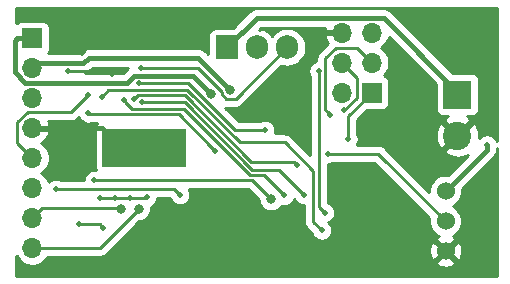
<source format=gbr>
%TF.GenerationSoftware,KiCad,Pcbnew,(5.1.6)-1*%
%TF.CreationDate,2020-11-02T22:50:54-07:00*%
%TF.ProjectId,single_driver,73696e67-6c65-45f6-9472-697665722e6b,rev?*%
%TF.SameCoordinates,Original*%
%TF.FileFunction,Copper,L2,Bot*%
%TF.FilePolarity,Positive*%
%FSLAX46Y46*%
G04 Gerber Fmt 4.6, Leading zero omitted, Abs format (unit mm)*
G04 Created by KiCad (PCBNEW (5.1.6)-1) date 2020-11-02 22:50:54*
%MOMM*%
%LPD*%
G01*
G04 APERTURE LIST*
%TA.AperFunction,ComponentPad*%
%ADD10O,1.700000X1.700000*%
%TD*%
%TA.AperFunction,ComponentPad*%
%ADD11R,1.700000X1.700000*%
%TD*%
%TA.AperFunction,ComponentPad*%
%ADD12C,1.524000*%
%TD*%
%TA.AperFunction,Conductor*%
%ADD13R,7.100000X3.200000*%
%TD*%
%TA.AperFunction,ViaPad*%
%ADD14C,0.600000*%
%TD*%
%TA.AperFunction,ComponentPad*%
%ADD15O,1.905000X2.000000*%
%TD*%
%TA.AperFunction,ComponentPad*%
%ADD16R,1.905000X2.000000*%
%TD*%
%TA.AperFunction,ComponentPad*%
%ADD17C,2.400000*%
%TD*%
%TA.AperFunction,ComponentPad*%
%ADD18R,2.400000X2.400000*%
%TD*%
%TA.AperFunction,ViaPad*%
%ADD19C,0.500000*%
%TD*%
%TA.AperFunction,ViaPad*%
%ADD20C,0.800000*%
%TD*%
%TA.AperFunction,Conductor*%
%ADD21C,0.400000*%
%TD*%
%TA.AperFunction,Conductor*%
%ADD22C,0.250000*%
%TD*%
%TA.AperFunction,Conductor*%
%ADD23C,0.254000*%
%TD*%
G04 APERTURE END LIST*
D10*
%TO.P,J1,6*%
%TO.N,GND*%
X166210000Y-94750000D03*
%TO.P,J1,5*%
%TO.N,/RST*%
X168750000Y-94750000D03*
%TO.P,J1,4*%
%TO.N,/MOSI*%
X166210000Y-97290000D03*
%TO.P,J1,3*%
%TO.N,/SCK*%
X168750000Y-97290000D03*
%TO.P,J1,2*%
%TO.N,+5V*%
X166210000Y-99830000D03*
D11*
%TO.P,J1,1*%
%TO.N,/MISO*%
X168750000Y-99830000D03*
%TD*%
D12*
%TO.P,RV1,3*%
%TO.N,+5V*%
X175000000Y-108170000D03*
%TO.P,RV1,2*%
%TO.N,Net-(RV1-Pad2)*%
X175000000Y-110710000D03*
%TO.P,RV1,1*%
%TO.N,GND*%
X175000000Y-113250000D03*
%TD*%
D13*
%TO.N,GND*%
%TO.C,U3*%
X149500000Y-104500000D03*
D14*
X152750000Y-103200000D03*
X152750000Y-104500000D03*
X152750000Y-105800000D03*
X151450000Y-103200000D03*
X151450000Y-104500000D03*
X151450000Y-105800000D03*
X150150000Y-103200000D03*
X150150000Y-104500000D03*
X150150000Y-105800000D03*
X148850000Y-103200000D03*
X148850000Y-104500000D03*
X148850000Y-105800000D03*
X147550000Y-103200000D03*
X147550000Y-104500000D03*
X147550000Y-105800000D03*
X146250000Y-103200000D03*
X146250000Y-104500000D03*
X146250000Y-105800000D03*
%TD*%
D15*
%TO.P,U2,3*%
%TO.N,+5V*%
X161580000Y-96000000D03*
%TO.P,U2,2*%
%TO.N,GND*%
X159040000Y-96000000D03*
D16*
%TO.P,U2,1*%
%TO.N,+12V*%
X156500000Y-96000000D03*
%TD*%
D10*
%TO.P,J3,8*%
%TO.N,/HW*%
X140000000Y-113000000D03*
%TO.P,J3,7*%
%TO.N,/HV*%
X140000000Y-110460000D03*
%TO.P,J3,6*%
%TO.N,/HU*%
X140000000Y-107920000D03*
%TO.P,J3,5*%
%TO.N,+5V*%
X140000000Y-105380000D03*
%TO.P,J3,4*%
%TO.N,GND*%
X140000000Y-102840000D03*
%TO.P,J3,3*%
%TO.N,Net-(J3-Pad3)*%
X140000000Y-100300000D03*
%TO.P,J3,2*%
%TO.N,Net-(J3-Pad2)*%
X140000000Y-97760000D03*
D11*
%TO.P,J3,1*%
%TO.N,Net-(J3-Pad1)*%
X140000000Y-95220000D03*
%TD*%
D17*
%TO.P,J2,2*%
%TO.N,GND*%
X176000000Y-103500000D03*
D18*
%TO.P,J2,1*%
%TO.N,+12V*%
X176000000Y-100000000D03*
%TD*%
D19*
%TO.N,+5V*%
X178500000Y-104250000D03*
X144749992Y-100000000D03*
X149250000Y-97750000D03*
%TO.N,/VINT*%
X144000000Y-111000000D03*
X146000000Y-111287500D03*
%TO.N,/RST*%
X164250000Y-98000000D03*
X164750000Y-110000000D03*
%TO.N,/MOSI*%
X166424516Y-101342297D03*
%TO.N,/SCK*%
X165250000Y-101750000D03*
%TO.N,/MISO*%
X166750000Y-103750000D03*
D20*
%TO.N,/HW*%
X149000000Y-109712500D03*
%TO.N,/HV*%
X147500000Y-109712500D03*
D19*
%TO.N,Net-(J3-Pad3)*%
X152500000Y-108500000D03*
X142000000Y-108000000D03*
D20*
%TO.N,Net-(J3-Pad2)*%
X156774990Y-99627334D03*
%TO.N,Net-(J3-Pad1)*%
X155147969Y-99923289D03*
D19*
%TO.N,/HBIAS*%
X145750000Y-108750000D03*
X149680587Y-108704814D03*
X148250000Y-108750000D03*
X147000000Y-108750000D03*
%TO.N,/FG*%
X144750000Y-101575000D03*
X155500000Y-104750000D03*
%TO.N,/RD*%
X159700000Y-103000000D03*
X149077804Y-99050011D03*
%TO.N,Net-(RV1-Pad2)*%
X165000000Y-105000000D03*
%TO.N,/CTD*%
X162415248Y-105924990D03*
X148590714Y-100412158D03*
%TO.N,/DAA*%
X145250000Y-107250000D03*
D20*
X160225010Y-108858422D03*
D19*
%TO.N,/BKD*%
X161352106Y-108544513D03*
X147750000Y-100500000D03*
%TO.N,/PWM*%
X163000000Y-108500000D03*
X149261509Y-100650033D03*
%TO.N,/FR*%
X145877554Y-100176886D03*
X164500000Y-111500000D03*
%TO.N,GND*%
X144500000Y-95000000D03*
X144212500Y-96500000D03*
X146750000Y-98250000D03*
X143000000Y-98000000D03*
X160712500Y-113750000D03*
X153500000Y-112500000D03*
X142840000Y-102840000D03*
D20*
X169000000Y-110000000D03*
X154750000Y-113750000D03*
%TD*%
D21*
%TO.N,+12V*%
X176000000Y-100000000D02*
X176000000Y-99750000D01*
X159000001Y-93499999D02*
X156500000Y-96000000D01*
X169749999Y-93499999D02*
X159000001Y-93499999D01*
X176000000Y-99750000D02*
X169749999Y-93499999D01*
%TO.N,+5V*%
X178500000Y-104670000D02*
X178500000Y-104250000D01*
X175000000Y-108170000D02*
X178500000Y-104670000D01*
D22*
X138750000Y-102350998D02*
X139600998Y-101500000D01*
X140000000Y-105380000D02*
X138750000Y-104130000D01*
X143249992Y-101500000D02*
X144749992Y-100000000D01*
X138750000Y-104130000D02*
X138750000Y-102350998D01*
X139600998Y-101500000D02*
X143249992Y-101500000D01*
X156049988Y-99975336D02*
X156426988Y-100352336D01*
X156049988Y-99799988D02*
X156049988Y-99975336D01*
X154000000Y-97750000D02*
X156049988Y-99799988D01*
X149250000Y-97750000D02*
X154000000Y-97750000D01*
X156426988Y-100352336D02*
X157227664Y-100352336D01*
X157227664Y-100352336D02*
X161580000Y-96000000D01*
%TO.N,/VINT*%
X144000000Y-111000000D02*
X145712500Y-111000000D01*
X145712500Y-111000000D02*
X146000000Y-111287500D01*
%TO.N,/RST*%
X164250000Y-98000000D02*
X164250000Y-109500000D01*
X164250000Y-109500000D02*
X164750000Y-110000000D01*
%TO.N,/MOSI*%
X167499999Y-100266814D02*
X166424516Y-101342297D01*
X167499999Y-98579999D02*
X167499999Y-100266814D01*
X166210000Y-97290000D02*
X167499999Y-98579999D01*
%TO.N,/SCK*%
X165000001Y-101500001D02*
X165250000Y-101750000D01*
X164825001Y-96935997D02*
X164825001Y-101325001D01*
X167500000Y-96040000D02*
X165720998Y-96040000D01*
X165720998Y-96040000D02*
X164825001Y-96935997D01*
X164825001Y-101325001D02*
X165000001Y-101500001D01*
X168750000Y-97290000D02*
X167500000Y-96040000D01*
%TO.N,/MISO*%
X166750000Y-101830000D02*
X168750000Y-99830000D01*
X166750000Y-103750000D02*
X166750000Y-101830000D01*
%TO.N,/HW*%
X140000000Y-113000000D02*
X145712500Y-113000000D01*
X145712500Y-113000000D02*
X149000000Y-109712500D01*
%TO.N,/HV*%
X140000000Y-110460000D02*
X140849999Y-109610001D01*
X140849999Y-109610001D02*
X147397501Y-109610001D01*
X147397501Y-109610001D02*
X147500000Y-109712500D01*
%TO.N,Net-(J3-Pad3)*%
X152000000Y-108000000D02*
X152500000Y-108500000D01*
X142000000Y-108000000D02*
X152000000Y-108000000D01*
D21*
%TO.N,Net-(J3-Pad2)*%
X140000000Y-97760000D02*
X140410002Y-97349998D01*
X144324506Y-97349998D02*
X144764503Y-96910001D01*
X140410002Y-97349998D02*
X144324506Y-97349998D01*
X144764503Y-96910001D02*
X154057657Y-96910001D01*
X154057657Y-96910001D02*
X156774990Y-99627334D01*
%TO.N,Net-(J3-Pad1)*%
X139399999Y-99010001D02*
X148037070Y-99010001D01*
X138500000Y-98110002D02*
X139399999Y-99010001D01*
X138500000Y-95470000D02*
X138500000Y-98110002D01*
X148037070Y-99010001D02*
X148647070Y-98400001D01*
X153624681Y-98400001D02*
X155147969Y-99923289D01*
X148647070Y-98400001D02*
X153624681Y-98400001D01*
X138750000Y-95220000D02*
X138500000Y-95470000D01*
X140000000Y-95220000D02*
X138750000Y-95220000D01*
D22*
%TO.N,/HBIAS*%
X149635401Y-108750000D02*
X149680587Y-108704814D01*
X148250000Y-108750000D02*
X149635401Y-108750000D01*
X147000000Y-108750000D02*
X148250000Y-108750000D01*
X145750000Y-108750000D02*
X147000000Y-108750000D01*
%TO.N,/FG*%
X144850045Y-101675045D02*
X152425045Y-101675045D01*
X155250001Y-104500001D02*
X155500000Y-104750000D01*
X144750000Y-101575000D02*
X144850045Y-101675045D01*
X152425045Y-101675045D02*
X155250001Y-104500001D01*
%TO.N,/RD*%
X159700000Y-103000000D02*
X157151676Y-103000000D01*
X157151676Y-103000000D02*
X153201687Y-99050011D01*
X153201687Y-99050011D02*
X149077804Y-99050011D01*
%TO.N,Net-(RV1-Pad2)*%
X169290000Y-105000000D02*
X175000000Y-110710000D01*
X165000000Y-105000000D02*
X169290000Y-105000000D01*
%TO.N,/CTD*%
X162415248Y-105924990D02*
X162165249Y-105674991D01*
X158553845Y-105674991D02*
X152953877Y-100075023D01*
X148927849Y-100075023D02*
X148590714Y-100412158D01*
X152953877Y-100075023D02*
X148927849Y-100075023D01*
X162165249Y-105674991D02*
X158553845Y-105674991D01*
%TO.N,/DAA*%
X158616588Y-107250000D02*
X160225010Y-108858422D01*
X145250000Y-107250000D02*
X158616588Y-107250000D01*
%TO.N,/BKD*%
X148447931Y-101225034D02*
X152831066Y-101225034D01*
X158406021Y-106799989D02*
X159607582Y-106799989D01*
X159607582Y-106799989D02*
X161352106Y-108544513D01*
X152831066Y-101225034D02*
X158406021Y-106799989D01*
X147931091Y-100708194D02*
X148447931Y-101225034D01*
X147931091Y-100681091D02*
X147750000Y-100500000D01*
X147931091Y-100708194D02*
X147931091Y-100681091D01*
%TO.N,/PWM*%
X163000000Y-108500000D02*
X160849978Y-106349978D01*
X160849978Y-106349978D02*
X158592421Y-106349978D01*
X152892476Y-100650033D02*
X149261509Y-100650033D01*
X158592421Y-106349978D02*
X152892476Y-100650033D01*
%TO.N,/FR*%
X145877554Y-100176886D02*
X146429428Y-99625012D01*
X163799989Y-110799989D02*
X164500000Y-111500000D01*
X161366995Y-104049989D02*
X163799989Y-106482983D01*
X157565254Y-104049989D02*
X161366995Y-104049989D01*
X163799989Y-106482983D02*
X163799989Y-110799989D01*
X153140277Y-99625012D02*
X157565254Y-104049989D01*
X146429428Y-99625012D02*
X153140277Y-99625012D01*
D21*
%TO.N,GND*%
X145890000Y-102840000D02*
X146250000Y-103200000D01*
D22*
X144500000Y-96212500D02*
X144212500Y-96500000D01*
X144500000Y-95000000D02*
X144500000Y-96212500D01*
X146500000Y-98000000D02*
X143000000Y-98000000D01*
X146750000Y-98250000D02*
X146500000Y-98000000D01*
X160712500Y-113750000D02*
X154750000Y-113750000D01*
X154750000Y-113750000D02*
X153500000Y-112500000D01*
D21*
X140000000Y-102840000D02*
X142840000Y-102840000D01*
X142840000Y-102840000D02*
X145890000Y-102840000D01*
D22*
X154750000Y-113750000D02*
X154750000Y-113750000D01*
%TD*%
D23*
%TO.N,GND*%
G36*
X179340001Y-115340000D02*
G01*
X138660000Y-115340000D01*
X138660000Y-113645445D01*
X138684010Y-113703411D01*
X138846525Y-113946632D01*
X139053368Y-114153475D01*
X139296589Y-114315990D01*
X139566842Y-114427932D01*
X139853740Y-114485000D01*
X140146260Y-114485000D01*
X140433158Y-114427932D01*
X140703411Y-114315990D01*
X140853707Y-114215565D01*
X174214040Y-114215565D01*
X174281020Y-114455656D01*
X174530048Y-114572756D01*
X174797135Y-114639023D01*
X175072017Y-114651910D01*
X175344133Y-114610922D01*
X175603023Y-114517636D01*
X175718980Y-114455656D01*
X175785960Y-114215565D01*
X175000000Y-113429605D01*
X174214040Y-114215565D01*
X140853707Y-114215565D01*
X140946632Y-114153475D01*
X141153475Y-113946632D01*
X141278178Y-113760000D01*
X145675178Y-113760000D01*
X145712500Y-113763676D01*
X145749822Y-113760000D01*
X145749833Y-113760000D01*
X145861486Y-113749003D01*
X146004747Y-113705546D01*
X146136776Y-113634974D01*
X146252501Y-113540001D01*
X146276304Y-113510997D01*
X146465284Y-113322017D01*
X173598090Y-113322017D01*
X173639078Y-113594133D01*
X173732364Y-113853023D01*
X173794344Y-113968980D01*
X174034435Y-114035960D01*
X174820395Y-113250000D01*
X175179605Y-113250000D01*
X175965565Y-114035960D01*
X176205656Y-113968980D01*
X176322756Y-113719952D01*
X176389023Y-113452865D01*
X176401910Y-113177983D01*
X176360922Y-112905867D01*
X176267636Y-112646977D01*
X176205656Y-112531020D01*
X175965565Y-112464040D01*
X175179605Y-113250000D01*
X174820395Y-113250000D01*
X174034435Y-112464040D01*
X173794344Y-112531020D01*
X173677244Y-112780048D01*
X173610977Y-113047135D01*
X173598090Y-113322017D01*
X146465284Y-113322017D01*
X149039802Y-110747500D01*
X149101939Y-110747500D01*
X149301898Y-110707726D01*
X149490256Y-110629705D01*
X149659774Y-110516437D01*
X149803937Y-110372274D01*
X149917205Y-110202756D01*
X149995226Y-110014398D01*
X150035000Y-109814439D01*
X150035000Y-109610561D01*
X150017609Y-109523132D01*
X150099792Y-109489091D01*
X150244742Y-109392238D01*
X150368011Y-109268969D01*
X150464864Y-109124019D01*
X150531577Y-108962959D01*
X150565587Y-108791979D01*
X150565587Y-108760000D01*
X151649778Y-108760000D01*
X151715723Y-108919205D01*
X151812576Y-109064155D01*
X151935845Y-109187424D01*
X152080795Y-109284277D01*
X152241855Y-109350990D01*
X152412835Y-109385000D01*
X152587165Y-109385000D01*
X152758145Y-109350990D01*
X152919205Y-109284277D01*
X153064155Y-109187424D01*
X153187424Y-109064155D01*
X153284277Y-108919205D01*
X153350990Y-108758145D01*
X153385000Y-108587165D01*
X153385000Y-108412835D01*
X153350990Y-108241855D01*
X153284277Y-108080795D01*
X153236973Y-108010000D01*
X158301787Y-108010000D01*
X159190010Y-108898224D01*
X159190010Y-108960361D01*
X159229784Y-109160320D01*
X159307805Y-109348678D01*
X159421073Y-109518196D01*
X159565236Y-109662359D01*
X159734754Y-109775627D01*
X159923112Y-109853648D01*
X160123071Y-109893422D01*
X160326949Y-109893422D01*
X160526908Y-109853648D01*
X160715266Y-109775627D01*
X160884784Y-109662359D01*
X161028947Y-109518196D01*
X161108937Y-109398482D01*
X161264941Y-109429513D01*
X161439271Y-109429513D01*
X161610251Y-109395503D01*
X161771311Y-109328790D01*
X161916261Y-109231937D01*
X162039530Y-109108668D01*
X162136383Y-108963718D01*
X162185272Y-108845689D01*
X162215723Y-108919205D01*
X162312576Y-109064155D01*
X162435845Y-109187424D01*
X162580795Y-109284277D01*
X162741855Y-109350990D01*
X162912835Y-109385000D01*
X163039990Y-109385000D01*
X163039990Y-110762657D01*
X163036313Y-110799989D01*
X163039990Y-110837322D01*
X163047428Y-110912835D01*
X163050987Y-110948974D01*
X163094443Y-111092235D01*
X163165015Y-111224265D01*
X163220807Y-111292247D01*
X163259989Y-111339990D01*
X163288987Y-111363788D01*
X163640485Y-111715286D01*
X163649010Y-111758145D01*
X163715723Y-111919205D01*
X163812576Y-112064155D01*
X163935845Y-112187424D01*
X164080795Y-112284277D01*
X164241855Y-112350990D01*
X164412835Y-112385000D01*
X164587165Y-112385000D01*
X164758145Y-112350990D01*
X164919205Y-112284277D01*
X165064155Y-112187424D01*
X165187424Y-112064155D01*
X165284277Y-111919205D01*
X165350990Y-111758145D01*
X165385000Y-111587165D01*
X165385000Y-111412835D01*
X165350990Y-111241855D01*
X165284277Y-111080795D01*
X165187424Y-110935845D01*
X165074913Y-110823334D01*
X165169205Y-110784277D01*
X165314155Y-110687424D01*
X165437424Y-110564155D01*
X165534277Y-110419205D01*
X165600990Y-110258145D01*
X165635000Y-110087165D01*
X165635000Y-109912835D01*
X165600990Y-109741855D01*
X165534277Y-109580795D01*
X165437424Y-109435845D01*
X165314155Y-109312576D01*
X165169205Y-109215723D01*
X165010000Y-109149778D01*
X165010000Y-105885000D01*
X165087165Y-105885000D01*
X165258145Y-105850990D01*
X165419205Y-105784277D01*
X165455538Y-105760000D01*
X168975199Y-105760000D01*
X173633628Y-110418431D01*
X173603000Y-110572408D01*
X173603000Y-110847592D01*
X173656686Y-111117490D01*
X173761995Y-111371727D01*
X173914880Y-111600535D01*
X174109465Y-111795120D01*
X174338273Y-111948005D01*
X174409943Y-111977692D01*
X174396977Y-111982364D01*
X174281020Y-112044344D01*
X174214040Y-112284435D01*
X175000000Y-113070395D01*
X175785960Y-112284435D01*
X175718980Y-112044344D01*
X175583240Y-111980515D01*
X175661727Y-111948005D01*
X175890535Y-111795120D01*
X176085120Y-111600535D01*
X176238005Y-111371727D01*
X176343314Y-111117490D01*
X176397000Y-110847592D01*
X176397000Y-110572408D01*
X176343314Y-110302510D01*
X176238005Y-110048273D01*
X176085120Y-109819465D01*
X175890535Y-109624880D01*
X175661727Y-109471995D01*
X175584485Y-109440000D01*
X175661727Y-109408005D01*
X175890535Y-109255120D01*
X176085120Y-109060535D01*
X176238005Y-108831727D01*
X176343314Y-108577490D01*
X176397000Y-108307592D01*
X176397000Y-108032408D01*
X176383969Y-107966898D01*
X179061428Y-105289440D01*
X179093291Y-105263291D01*
X179197636Y-105136146D01*
X179275172Y-104991087D01*
X179322918Y-104833689D01*
X179335000Y-104711019D01*
X179335000Y-104711009D01*
X179339039Y-104670001D01*
X179335000Y-104628993D01*
X179335000Y-104546748D01*
X179340001Y-104534676D01*
X179340001Y-115340000D01*
G37*
X179340001Y-115340000D02*
X138660000Y-115340000D01*
X138660000Y-113645445D01*
X138684010Y-113703411D01*
X138846525Y-113946632D01*
X139053368Y-114153475D01*
X139296589Y-114315990D01*
X139566842Y-114427932D01*
X139853740Y-114485000D01*
X140146260Y-114485000D01*
X140433158Y-114427932D01*
X140703411Y-114315990D01*
X140853707Y-114215565D01*
X174214040Y-114215565D01*
X174281020Y-114455656D01*
X174530048Y-114572756D01*
X174797135Y-114639023D01*
X175072017Y-114651910D01*
X175344133Y-114610922D01*
X175603023Y-114517636D01*
X175718980Y-114455656D01*
X175785960Y-114215565D01*
X175000000Y-113429605D01*
X174214040Y-114215565D01*
X140853707Y-114215565D01*
X140946632Y-114153475D01*
X141153475Y-113946632D01*
X141278178Y-113760000D01*
X145675178Y-113760000D01*
X145712500Y-113763676D01*
X145749822Y-113760000D01*
X145749833Y-113760000D01*
X145861486Y-113749003D01*
X146004747Y-113705546D01*
X146136776Y-113634974D01*
X146252501Y-113540001D01*
X146276304Y-113510997D01*
X146465284Y-113322017D01*
X173598090Y-113322017D01*
X173639078Y-113594133D01*
X173732364Y-113853023D01*
X173794344Y-113968980D01*
X174034435Y-114035960D01*
X174820395Y-113250000D01*
X175179605Y-113250000D01*
X175965565Y-114035960D01*
X176205656Y-113968980D01*
X176322756Y-113719952D01*
X176389023Y-113452865D01*
X176401910Y-113177983D01*
X176360922Y-112905867D01*
X176267636Y-112646977D01*
X176205656Y-112531020D01*
X175965565Y-112464040D01*
X175179605Y-113250000D01*
X174820395Y-113250000D01*
X174034435Y-112464040D01*
X173794344Y-112531020D01*
X173677244Y-112780048D01*
X173610977Y-113047135D01*
X173598090Y-113322017D01*
X146465284Y-113322017D01*
X149039802Y-110747500D01*
X149101939Y-110747500D01*
X149301898Y-110707726D01*
X149490256Y-110629705D01*
X149659774Y-110516437D01*
X149803937Y-110372274D01*
X149917205Y-110202756D01*
X149995226Y-110014398D01*
X150035000Y-109814439D01*
X150035000Y-109610561D01*
X150017609Y-109523132D01*
X150099792Y-109489091D01*
X150244742Y-109392238D01*
X150368011Y-109268969D01*
X150464864Y-109124019D01*
X150531577Y-108962959D01*
X150565587Y-108791979D01*
X150565587Y-108760000D01*
X151649778Y-108760000D01*
X151715723Y-108919205D01*
X151812576Y-109064155D01*
X151935845Y-109187424D01*
X152080795Y-109284277D01*
X152241855Y-109350990D01*
X152412835Y-109385000D01*
X152587165Y-109385000D01*
X152758145Y-109350990D01*
X152919205Y-109284277D01*
X153064155Y-109187424D01*
X153187424Y-109064155D01*
X153284277Y-108919205D01*
X153350990Y-108758145D01*
X153385000Y-108587165D01*
X153385000Y-108412835D01*
X153350990Y-108241855D01*
X153284277Y-108080795D01*
X153236973Y-108010000D01*
X158301787Y-108010000D01*
X159190010Y-108898224D01*
X159190010Y-108960361D01*
X159229784Y-109160320D01*
X159307805Y-109348678D01*
X159421073Y-109518196D01*
X159565236Y-109662359D01*
X159734754Y-109775627D01*
X159923112Y-109853648D01*
X160123071Y-109893422D01*
X160326949Y-109893422D01*
X160526908Y-109853648D01*
X160715266Y-109775627D01*
X160884784Y-109662359D01*
X161028947Y-109518196D01*
X161108937Y-109398482D01*
X161264941Y-109429513D01*
X161439271Y-109429513D01*
X161610251Y-109395503D01*
X161771311Y-109328790D01*
X161916261Y-109231937D01*
X162039530Y-109108668D01*
X162136383Y-108963718D01*
X162185272Y-108845689D01*
X162215723Y-108919205D01*
X162312576Y-109064155D01*
X162435845Y-109187424D01*
X162580795Y-109284277D01*
X162741855Y-109350990D01*
X162912835Y-109385000D01*
X163039990Y-109385000D01*
X163039990Y-110762657D01*
X163036313Y-110799989D01*
X163039990Y-110837322D01*
X163047428Y-110912835D01*
X163050987Y-110948974D01*
X163094443Y-111092235D01*
X163165015Y-111224265D01*
X163220807Y-111292247D01*
X163259989Y-111339990D01*
X163288987Y-111363788D01*
X163640485Y-111715286D01*
X163649010Y-111758145D01*
X163715723Y-111919205D01*
X163812576Y-112064155D01*
X163935845Y-112187424D01*
X164080795Y-112284277D01*
X164241855Y-112350990D01*
X164412835Y-112385000D01*
X164587165Y-112385000D01*
X164758145Y-112350990D01*
X164919205Y-112284277D01*
X165064155Y-112187424D01*
X165187424Y-112064155D01*
X165284277Y-111919205D01*
X165350990Y-111758145D01*
X165385000Y-111587165D01*
X165385000Y-111412835D01*
X165350990Y-111241855D01*
X165284277Y-111080795D01*
X165187424Y-110935845D01*
X165074913Y-110823334D01*
X165169205Y-110784277D01*
X165314155Y-110687424D01*
X165437424Y-110564155D01*
X165534277Y-110419205D01*
X165600990Y-110258145D01*
X165635000Y-110087165D01*
X165635000Y-109912835D01*
X165600990Y-109741855D01*
X165534277Y-109580795D01*
X165437424Y-109435845D01*
X165314155Y-109312576D01*
X165169205Y-109215723D01*
X165010000Y-109149778D01*
X165010000Y-105885000D01*
X165087165Y-105885000D01*
X165258145Y-105850990D01*
X165419205Y-105784277D01*
X165455538Y-105760000D01*
X168975199Y-105760000D01*
X173633628Y-110418431D01*
X173603000Y-110572408D01*
X173603000Y-110847592D01*
X173656686Y-111117490D01*
X173761995Y-111371727D01*
X173914880Y-111600535D01*
X174109465Y-111795120D01*
X174338273Y-111948005D01*
X174409943Y-111977692D01*
X174396977Y-111982364D01*
X174281020Y-112044344D01*
X174214040Y-112284435D01*
X175000000Y-113070395D01*
X175785960Y-112284435D01*
X175718980Y-112044344D01*
X175583240Y-111980515D01*
X175661727Y-111948005D01*
X175890535Y-111795120D01*
X176085120Y-111600535D01*
X176238005Y-111371727D01*
X176343314Y-111117490D01*
X176397000Y-110847592D01*
X176397000Y-110572408D01*
X176343314Y-110302510D01*
X176238005Y-110048273D01*
X176085120Y-109819465D01*
X175890535Y-109624880D01*
X175661727Y-109471995D01*
X175584485Y-109440000D01*
X175661727Y-109408005D01*
X175890535Y-109255120D01*
X176085120Y-109060535D01*
X176238005Y-108831727D01*
X176343314Y-108577490D01*
X176397000Y-108307592D01*
X176397000Y-108032408D01*
X176383969Y-107966898D01*
X179061428Y-105289440D01*
X179093291Y-105263291D01*
X179197636Y-105136146D01*
X179275172Y-104991087D01*
X179322918Y-104833689D01*
X179335000Y-104711019D01*
X179335000Y-104711009D01*
X179339039Y-104670001D01*
X179335000Y-104628993D01*
X179335000Y-104546748D01*
X179340001Y-104534676D01*
X179340001Y-115340000D01*
G36*
X179340000Y-103965324D02*
G01*
X179284277Y-103830795D01*
X179187424Y-103685845D01*
X179064155Y-103562576D01*
X178919205Y-103465723D01*
X178758145Y-103399010D01*
X178587165Y-103365000D01*
X178412835Y-103365000D01*
X178241855Y-103399010D01*
X178080795Y-103465723D01*
X177935845Y-103562576D01*
X177827593Y-103670828D01*
X177843067Y-103445316D01*
X177796985Y-103086802D01*
X177681846Y-102744167D01*
X177562836Y-102521514D01*
X177277980Y-102401626D01*
X176179605Y-103500000D01*
X176193748Y-103514142D01*
X176014142Y-103693748D01*
X176000000Y-103679605D01*
X174901626Y-104777980D01*
X175021514Y-105062836D01*
X175345210Y-105223699D01*
X175694069Y-105318322D01*
X176054684Y-105343067D01*
X176413198Y-105296985D01*
X176755833Y-105181846D01*
X176866369Y-105122764D01*
X175203102Y-106786031D01*
X175137592Y-106773000D01*
X174862408Y-106773000D01*
X174592510Y-106826686D01*
X174338273Y-106931995D01*
X174109465Y-107084880D01*
X173914880Y-107279465D01*
X173761995Y-107508273D01*
X173656686Y-107762510D01*
X173603000Y-108032408D01*
X173603000Y-108238198D01*
X169853804Y-104489003D01*
X169830001Y-104459999D01*
X169714276Y-104365026D01*
X169582247Y-104294454D01*
X169438986Y-104250997D01*
X169327333Y-104240000D01*
X169327322Y-104240000D01*
X169290000Y-104236324D01*
X169252678Y-104240000D01*
X167486973Y-104240000D01*
X167534277Y-104169205D01*
X167600990Y-104008145D01*
X167635000Y-103837165D01*
X167635000Y-103662835D01*
X167613488Y-103554684D01*
X174156933Y-103554684D01*
X174203015Y-103913198D01*
X174318154Y-104255833D01*
X174437164Y-104478486D01*
X174722020Y-104598374D01*
X175820395Y-103500000D01*
X174722020Y-102401626D01*
X174437164Y-102521514D01*
X174276301Y-102845210D01*
X174181678Y-103194069D01*
X174156933Y-103554684D01*
X167613488Y-103554684D01*
X167600990Y-103491855D01*
X167534277Y-103330795D01*
X167510000Y-103294462D01*
X167510000Y-102144801D01*
X168336730Y-101318072D01*
X169600000Y-101318072D01*
X169724482Y-101305812D01*
X169844180Y-101269502D01*
X169954494Y-101210537D01*
X170051185Y-101131185D01*
X170130537Y-101034494D01*
X170189502Y-100924180D01*
X170225812Y-100804482D01*
X170238072Y-100680000D01*
X170238072Y-98980000D01*
X170225812Y-98855518D01*
X170189502Y-98735820D01*
X170130537Y-98625506D01*
X170051185Y-98528815D01*
X169954494Y-98449463D01*
X169844180Y-98390498D01*
X169771620Y-98368487D01*
X169903475Y-98236632D01*
X170065990Y-97993411D01*
X170177932Y-97723158D01*
X170235000Y-97436260D01*
X170235000Y-97143740D01*
X170177932Y-96856842D01*
X170065990Y-96586589D01*
X169903475Y-96343368D01*
X169696632Y-96136525D01*
X169522240Y-96020000D01*
X169696632Y-95903475D01*
X169903475Y-95696632D01*
X170065990Y-95453411D01*
X170177932Y-95183158D01*
X170190269Y-95121136D01*
X174161928Y-99092796D01*
X174161928Y-101200000D01*
X174174188Y-101324482D01*
X174210498Y-101444180D01*
X174269463Y-101554494D01*
X174348815Y-101651185D01*
X174445506Y-101730537D01*
X174555820Y-101789502D01*
X174675518Y-101825812D01*
X174800000Y-101838072D01*
X175206903Y-101838072D01*
X175021514Y-101937164D01*
X174901626Y-102222020D01*
X176000000Y-103320395D01*
X177098374Y-102222020D01*
X176978486Y-101937164D01*
X176779088Y-101838072D01*
X177200000Y-101838072D01*
X177324482Y-101825812D01*
X177444180Y-101789502D01*
X177554494Y-101730537D01*
X177651185Y-101651185D01*
X177730537Y-101554494D01*
X177789502Y-101444180D01*
X177825812Y-101324482D01*
X177838072Y-101200000D01*
X177838072Y-98800000D01*
X177825812Y-98675518D01*
X177789502Y-98555820D01*
X177730537Y-98445506D01*
X177651185Y-98348815D01*
X177554494Y-98269463D01*
X177444180Y-98210498D01*
X177324482Y-98174188D01*
X177200000Y-98161928D01*
X175592796Y-98161928D01*
X170369445Y-92938578D01*
X170343290Y-92906708D01*
X170216145Y-92802363D01*
X170071086Y-92724827D01*
X169913688Y-92677081D01*
X169791018Y-92664999D01*
X169791017Y-92664999D01*
X169749999Y-92660959D01*
X169708981Y-92664999D01*
X159041008Y-92664999D01*
X159000000Y-92660960D01*
X158958992Y-92664999D01*
X158958982Y-92664999D01*
X158836312Y-92677081D01*
X158678914Y-92724827D01*
X158533855Y-92802363D01*
X158406710Y-92906708D01*
X158380560Y-92938572D01*
X156957205Y-94361928D01*
X155547500Y-94361928D01*
X155423018Y-94374188D01*
X155303320Y-94410498D01*
X155193006Y-94469463D01*
X155096315Y-94548815D01*
X155016963Y-94645506D01*
X154957998Y-94755820D01*
X154921688Y-94875518D01*
X154909428Y-95000000D01*
X154909428Y-96580905D01*
X154677103Y-96348580D01*
X154650948Y-96316710D01*
X154523803Y-96212365D01*
X154378744Y-96134829D01*
X154221346Y-96087083D01*
X154098676Y-96075001D01*
X154098675Y-96075001D01*
X154057657Y-96070961D01*
X154016639Y-96075001D01*
X144805521Y-96075001D01*
X144764503Y-96070961D01*
X144723485Y-96075001D01*
X144723484Y-96075001D01*
X144600814Y-96087083D01*
X144443416Y-96134829D01*
X144298357Y-96212365D01*
X144171212Y-96316710D01*
X144145061Y-96348575D01*
X143978638Y-96514998D01*
X141306263Y-96514998D01*
X141380537Y-96424494D01*
X141439502Y-96314180D01*
X141475812Y-96194482D01*
X141488072Y-96070000D01*
X141488072Y-94370000D01*
X141475812Y-94245518D01*
X141439502Y-94125820D01*
X141380537Y-94015506D01*
X141301185Y-93918815D01*
X141204494Y-93839463D01*
X141094180Y-93780498D01*
X140974482Y-93744188D01*
X140850000Y-93731928D01*
X139150000Y-93731928D01*
X139025518Y-93744188D01*
X138905820Y-93780498D01*
X138795506Y-93839463D01*
X138698815Y-93918815D01*
X138660000Y-93966111D01*
X138660000Y-92660000D01*
X179340000Y-92660000D01*
X179340000Y-103965324D01*
G37*
X179340000Y-103965324D02*
X179284277Y-103830795D01*
X179187424Y-103685845D01*
X179064155Y-103562576D01*
X178919205Y-103465723D01*
X178758145Y-103399010D01*
X178587165Y-103365000D01*
X178412835Y-103365000D01*
X178241855Y-103399010D01*
X178080795Y-103465723D01*
X177935845Y-103562576D01*
X177827593Y-103670828D01*
X177843067Y-103445316D01*
X177796985Y-103086802D01*
X177681846Y-102744167D01*
X177562836Y-102521514D01*
X177277980Y-102401626D01*
X176179605Y-103500000D01*
X176193748Y-103514142D01*
X176014142Y-103693748D01*
X176000000Y-103679605D01*
X174901626Y-104777980D01*
X175021514Y-105062836D01*
X175345210Y-105223699D01*
X175694069Y-105318322D01*
X176054684Y-105343067D01*
X176413198Y-105296985D01*
X176755833Y-105181846D01*
X176866369Y-105122764D01*
X175203102Y-106786031D01*
X175137592Y-106773000D01*
X174862408Y-106773000D01*
X174592510Y-106826686D01*
X174338273Y-106931995D01*
X174109465Y-107084880D01*
X173914880Y-107279465D01*
X173761995Y-107508273D01*
X173656686Y-107762510D01*
X173603000Y-108032408D01*
X173603000Y-108238198D01*
X169853804Y-104489003D01*
X169830001Y-104459999D01*
X169714276Y-104365026D01*
X169582247Y-104294454D01*
X169438986Y-104250997D01*
X169327333Y-104240000D01*
X169327322Y-104240000D01*
X169290000Y-104236324D01*
X169252678Y-104240000D01*
X167486973Y-104240000D01*
X167534277Y-104169205D01*
X167600990Y-104008145D01*
X167635000Y-103837165D01*
X167635000Y-103662835D01*
X167613488Y-103554684D01*
X174156933Y-103554684D01*
X174203015Y-103913198D01*
X174318154Y-104255833D01*
X174437164Y-104478486D01*
X174722020Y-104598374D01*
X175820395Y-103500000D01*
X174722020Y-102401626D01*
X174437164Y-102521514D01*
X174276301Y-102845210D01*
X174181678Y-103194069D01*
X174156933Y-103554684D01*
X167613488Y-103554684D01*
X167600990Y-103491855D01*
X167534277Y-103330795D01*
X167510000Y-103294462D01*
X167510000Y-102144801D01*
X168336730Y-101318072D01*
X169600000Y-101318072D01*
X169724482Y-101305812D01*
X169844180Y-101269502D01*
X169954494Y-101210537D01*
X170051185Y-101131185D01*
X170130537Y-101034494D01*
X170189502Y-100924180D01*
X170225812Y-100804482D01*
X170238072Y-100680000D01*
X170238072Y-98980000D01*
X170225812Y-98855518D01*
X170189502Y-98735820D01*
X170130537Y-98625506D01*
X170051185Y-98528815D01*
X169954494Y-98449463D01*
X169844180Y-98390498D01*
X169771620Y-98368487D01*
X169903475Y-98236632D01*
X170065990Y-97993411D01*
X170177932Y-97723158D01*
X170235000Y-97436260D01*
X170235000Y-97143740D01*
X170177932Y-96856842D01*
X170065990Y-96586589D01*
X169903475Y-96343368D01*
X169696632Y-96136525D01*
X169522240Y-96020000D01*
X169696632Y-95903475D01*
X169903475Y-95696632D01*
X170065990Y-95453411D01*
X170177932Y-95183158D01*
X170190269Y-95121136D01*
X174161928Y-99092796D01*
X174161928Y-101200000D01*
X174174188Y-101324482D01*
X174210498Y-101444180D01*
X174269463Y-101554494D01*
X174348815Y-101651185D01*
X174445506Y-101730537D01*
X174555820Y-101789502D01*
X174675518Y-101825812D01*
X174800000Y-101838072D01*
X175206903Y-101838072D01*
X175021514Y-101937164D01*
X174901626Y-102222020D01*
X176000000Y-103320395D01*
X177098374Y-102222020D01*
X176978486Y-101937164D01*
X176779088Y-101838072D01*
X177200000Y-101838072D01*
X177324482Y-101825812D01*
X177444180Y-101789502D01*
X177554494Y-101730537D01*
X177651185Y-101651185D01*
X177730537Y-101554494D01*
X177789502Y-101444180D01*
X177825812Y-101324482D01*
X177838072Y-101200000D01*
X177838072Y-98800000D01*
X177825812Y-98675518D01*
X177789502Y-98555820D01*
X177730537Y-98445506D01*
X177651185Y-98348815D01*
X177554494Y-98269463D01*
X177444180Y-98210498D01*
X177324482Y-98174188D01*
X177200000Y-98161928D01*
X175592796Y-98161928D01*
X170369445Y-92938578D01*
X170343290Y-92906708D01*
X170216145Y-92802363D01*
X170071086Y-92724827D01*
X169913688Y-92677081D01*
X169791018Y-92664999D01*
X169791017Y-92664999D01*
X169749999Y-92660959D01*
X169708981Y-92664999D01*
X159041008Y-92664999D01*
X159000000Y-92660960D01*
X158958992Y-92664999D01*
X158958982Y-92664999D01*
X158836312Y-92677081D01*
X158678914Y-92724827D01*
X158533855Y-92802363D01*
X158406710Y-92906708D01*
X158380560Y-92938572D01*
X156957205Y-94361928D01*
X155547500Y-94361928D01*
X155423018Y-94374188D01*
X155303320Y-94410498D01*
X155193006Y-94469463D01*
X155096315Y-94548815D01*
X155016963Y-94645506D01*
X154957998Y-94755820D01*
X154921688Y-94875518D01*
X154909428Y-95000000D01*
X154909428Y-96580905D01*
X154677103Y-96348580D01*
X154650948Y-96316710D01*
X154523803Y-96212365D01*
X154378744Y-96134829D01*
X154221346Y-96087083D01*
X154098676Y-96075001D01*
X154098675Y-96075001D01*
X154057657Y-96070961D01*
X154016639Y-96075001D01*
X144805521Y-96075001D01*
X144764503Y-96070961D01*
X144723485Y-96075001D01*
X144723484Y-96075001D01*
X144600814Y-96087083D01*
X144443416Y-96134829D01*
X144298357Y-96212365D01*
X144171212Y-96316710D01*
X144145061Y-96348575D01*
X143978638Y-96514998D01*
X141306263Y-96514998D01*
X141380537Y-96424494D01*
X141439502Y-96314180D01*
X141475812Y-96194482D01*
X141488072Y-96070000D01*
X141488072Y-94370000D01*
X141475812Y-94245518D01*
X141439502Y-94125820D01*
X141380537Y-94015506D01*
X141301185Y-93918815D01*
X141204494Y-93839463D01*
X141094180Y-93780498D01*
X140974482Y-93744188D01*
X140850000Y-93731928D01*
X139150000Y-93731928D01*
X139025518Y-93744188D01*
X138905820Y-93780498D01*
X138795506Y-93839463D01*
X138698815Y-93918815D01*
X138660000Y-93966111D01*
X138660000Y-92660000D01*
X179340000Y-92660000D01*
X179340000Y-103965324D01*
G36*
X143965723Y-101994205D02*
G01*
X144062576Y-102139155D01*
X144185845Y-102262424D01*
X144330795Y-102359277D01*
X144491855Y-102425990D01*
X144662835Y-102460000D01*
X144837165Y-102460000D01*
X144962622Y-102435045D01*
X145515594Y-102435045D01*
X145498815Y-102448815D01*
X145419463Y-102545506D01*
X145360498Y-102655820D01*
X145324188Y-102775518D01*
X145311928Y-102900000D01*
X145315000Y-104214250D01*
X145347243Y-104246493D01*
X145321836Y-104372998D01*
X145315000Y-104372998D01*
X145315000Y-104498534D01*
X145314829Y-104590355D01*
X145315000Y-104591223D01*
X145315000Y-104627002D01*
X145322048Y-104627002D01*
X145347013Y-104753737D01*
X145315000Y-104785750D01*
X145311928Y-106100000D01*
X145324188Y-106224482D01*
X145360498Y-106344180D01*
X145375727Y-106372670D01*
X145337165Y-106365000D01*
X145162835Y-106365000D01*
X144991855Y-106399010D01*
X144830795Y-106465723D01*
X144685845Y-106562576D01*
X144562576Y-106685845D01*
X144465723Y-106830795D01*
X144399010Y-106991855D01*
X144365000Y-107162835D01*
X144365000Y-107240000D01*
X142455538Y-107240000D01*
X142419205Y-107215723D01*
X142258145Y-107149010D01*
X142087165Y-107115000D01*
X141912835Y-107115000D01*
X141741855Y-107149010D01*
X141580795Y-107215723D01*
X141435845Y-107312576D01*
X141379208Y-107369213D01*
X141315990Y-107216589D01*
X141153475Y-106973368D01*
X140946632Y-106766525D01*
X140772240Y-106650000D01*
X140946632Y-106533475D01*
X141153475Y-106326632D01*
X141315990Y-106083411D01*
X141427932Y-105813158D01*
X141485000Y-105526260D01*
X141485000Y-105233740D01*
X141427932Y-104946842D01*
X141315990Y-104676589D01*
X141153475Y-104433368D01*
X140946632Y-104226525D01*
X140764466Y-104104805D01*
X140881355Y-104035178D01*
X141097588Y-103840269D01*
X141271641Y-103606920D01*
X141396825Y-103344099D01*
X141441476Y-103196890D01*
X141320155Y-102967000D01*
X140127000Y-102967000D01*
X140127000Y-102987000D01*
X139873000Y-102987000D01*
X139873000Y-102967000D01*
X139853000Y-102967000D01*
X139853000Y-102713000D01*
X139873000Y-102713000D01*
X139873000Y-102693000D01*
X140127000Y-102693000D01*
X140127000Y-102713000D01*
X141320155Y-102713000D01*
X141441476Y-102483110D01*
X141396825Y-102335901D01*
X141360673Y-102260000D01*
X143212670Y-102260000D01*
X143249992Y-102263676D01*
X143287314Y-102260000D01*
X143287325Y-102260000D01*
X143398978Y-102249003D01*
X143542239Y-102205546D01*
X143674268Y-102134974D01*
X143789993Y-102040001D01*
X143813796Y-102010997D01*
X143926143Y-101898650D01*
X143965723Y-101994205D01*
G37*
X143965723Y-101994205D02*
X144062576Y-102139155D01*
X144185845Y-102262424D01*
X144330795Y-102359277D01*
X144491855Y-102425990D01*
X144662835Y-102460000D01*
X144837165Y-102460000D01*
X144962622Y-102435045D01*
X145515594Y-102435045D01*
X145498815Y-102448815D01*
X145419463Y-102545506D01*
X145360498Y-102655820D01*
X145324188Y-102775518D01*
X145311928Y-102900000D01*
X145315000Y-104214250D01*
X145347243Y-104246493D01*
X145321836Y-104372998D01*
X145315000Y-104372998D01*
X145315000Y-104498534D01*
X145314829Y-104590355D01*
X145315000Y-104591223D01*
X145315000Y-104627002D01*
X145322048Y-104627002D01*
X145347013Y-104753737D01*
X145315000Y-104785750D01*
X145311928Y-106100000D01*
X145324188Y-106224482D01*
X145360498Y-106344180D01*
X145375727Y-106372670D01*
X145337165Y-106365000D01*
X145162835Y-106365000D01*
X144991855Y-106399010D01*
X144830795Y-106465723D01*
X144685845Y-106562576D01*
X144562576Y-106685845D01*
X144465723Y-106830795D01*
X144399010Y-106991855D01*
X144365000Y-107162835D01*
X144365000Y-107240000D01*
X142455538Y-107240000D01*
X142419205Y-107215723D01*
X142258145Y-107149010D01*
X142087165Y-107115000D01*
X141912835Y-107115000D01*
X141741855Y-107149010D01*
X141580795Y-107215723D01*
X141435845Y-107312576D01*
X141379208Y-107369213D01*
X141315990Y-107216589D01*
X141153475Y-106973368D01*
X140946632Y-106766525D01*
X140772240Y-106650000D01*
X140946632Y-106533475D01*
X141153475Y-106326632D01*
X141315990Y-106083411D01*
X141427932Y-105813158D01*
X141485000Y-105526260D01*
X141485000Y-105233740D01*
X141427932Y-104946842D01*
X141315990Y-104676589D01*
X141153475Y-104433368D01*
X140946632Y-104226525D01*
X140764466Y-104104805D01*
X140881355Y-104035178D01*
X141097588Y-103840269D01*
X141271641Y-103606920D01*
X141396825Y-103344099D01*
X141441476Y-103196890D01*
X141320155Y-102967000D01*
X140127000Y-102967000D01*
X140127000Y-102987000D01*
X139873000Y-102987000D01*
X139873000Y-102967000D01*
X139853000Y-102967000D01*
X139853000Y-102713000D01*
X139873000Y-102713000D01*
X139873000Y-102693000D01*
X140127000Y-102693000D01*
X140127000Y-102713000D01*
X141320155Y-102713000D01*
X141441476Y-102483110D01*
X141396825Y-102335901D01*
X141360673Y-102260000D01*
X143212670Y-102260000D01*
X143249992Y-102263676D01*
X143287314Y-102260000D01*
X143287325Y-102260000D01*
X143398978Y-102249003D01*
X143542239Y-102205546D01*
X143674268Y-102134974D01*
X143789993Y-102040001D01*
X143813796Y-102010997D01*
X143926143Y-101898650D01*
X143965723Y-101994205D01*
G36*
X164768524Y-94393110D02*
G01*
X164889845Y-94623000D01*
X166083000Y-94623000D01*
X166083000Y-94603000D01*
X166337000Y-94603000D01*
X166337000Y-94623000D01*
X166357000Y-94623000D01*
X166357000Y-94877000D01*
X166337000Y-94877000D01*
X166337000Y-94897000D01*
X166083000Y-94897000D01*
X166083000Y-94877000D01*
X164889845Y-94877000D01*
X164768524Y-95106890D01*
X164813175Y-95254099D01*
X164938359Y-95516920D01*
X165037013Y-95649183D01*
X164314003Y-96372194D01*
X164285000Y-96395996D01*
X164229872Y-96463171D01*
X164190027Y-96511721D01*
X164151150Y-96584454D01*
X164119455Y-96643751D01*
X164075998Y-96787012D01*
X164065001Y-96898665D01*
X164065001Y-96898675D01*
X164061325Y-96935997D01*
X164065001Y-96973320D01*
X164065001Y-97134460D01*
X163991855Y-97149010D01*
X163830795Y-97215723D01*
X163685845Y-97312576D01*
X163562576Y-97435845D01*
X163465723Y-97580795D01*
X163399010Y-97741855D01*
X163365000Y-97912835D01*
X163365000Y-98087165D01*
X163399010Y-98258145D01*
X163465723Y-98419205D01*
X163490000Y-98455538D01*
X163490001Y-105098193D01*
X161930799Y-103538992D01*
X161906996Y-103509988D01*
X161791271Y-103415015D01*
X161659242Y-103344443D01*
X161515981Y-103300986D01*
X161404328Y-103289989D01*
X161404317Y-103289989D01*
X161366995Y-103286313D01*
X161329673Y-103289989D01*
X160537800Y-103289989D01*
X160550990Y-103258145D01*
X160585000Y-103087165D01*
X160585000Y-102912835D01*
X160550990Y-102741855D01*
X160484277Y-102580795D01*
X160387424Y-102435845D01*
X160264155Y-102312576D01*
X160119205Y-102215723D01*
X159958145Y-102149010D01*
X159787165Y-102115000D01*
X159612835Y-102115000D01*
X159441855Y-102149010D01*
X159280795Y-102215723D01*
X159244462Y-102240000D01*
X157466478Y-102240000D01*
X156333259Y-101106781D01*
X156426988Y-101116013D01*
X156464321Y-101112336D01*
X157190342Y-101112336D01*
X157227664Y-101116012D01*
X157264986Y-101112336D01*
X157264997Y-101112336D01*
X157376650Y-101101339D01*
X157519911Y-101057882D01*
X157651940Y-100987310D01*
X157767665Y-100892337D01*
X157791468Y-100863333D01*
X161095378Y-97559424D01*
X161268797Y-97612030D01*
X161580000Y-97642681D01*
X161891204Y-97612030D01*
X162190449Y-97521255D01*
X162466235Y-97373845D01*
X162707963Y-97175463D01*
X162906345Y-96933734D01*
X163053755Y-96657948D01*
X163144530Y-96358703D01*
X163167500Y-96125485D01*
X163167500Y-95874514D01*
X163144530Y-95641296D01*
X163053755Y-95342051D01*
X162906345Y-95066265D01*
X162707963Y-94824537D01*
X162466234Y-94626155D01*
X162190448Y-94478745D01*
X161891203Y-94387970D01*
X161580000Y-94357319D01*
X161268796Y-94387970D01*
X160969551Y-94478745D01*
X160693765Y-94626155D01*
X160452037Y-94824537D01*
X160304838Y-95003900D01*
X160149437Y-94818685D01*
X159906923Y-94624031D01*
X159631094Y-94480429D01*
X159412980Y-94409437D01*
X159167002Y-94529405D01*
X159167002Y-94513866D01*
X159345869Y-94334999D01*
X164786150Y-94334999D01*
X164768524Y-94393110D01*
G37*
X164768524Y-94393110D02*
X164889845Y-94623000D01*
X166083000Y-94623000D01*
X166083000Y-94603000D01*
X166337000Y-94603000D01*
X166337000Y-94623000D01*
X166357000Y-94623000D01*
X166357000Y-94877000D01*
X166337000Y-94877000D01*
X166337000Y-94897000D01*
X166083000Y-94897000D01*
X166083000Y-94877000D01*
X164889845Y-94877000D01*
X164768524Y-95106890D01*
X164813175Y-95254099D01*
X164938359Y-95516920D01*
X165037013Y-95649183D01*
X164314003Y-96372194D01*
X164285000Y-96395996D01*
X164229872Y-96463171D01*
X164190027Y-96511721D01*
X164151150Y-96584454D01*
X164119455Y-96643751D01*
X164075998Y-96787012D01*
X164065001Y-96898665D01*
X164065001Y-96898675D01*
X164061325Y-96935997D01*
X164065001Y-96973320D01*
X164065001Y-97134460D01*
X163991855Y-97149010D01*
X163830795Y-97215723D01*
X163685845Y-97312576D01*
X163562576Y-97435845D01*
X163465723Y-97580795D01*
X163399010Y-97741855D01*
X163365000Y-97912835D01*
X163365000Y-98087165D01*
X163399010Y-98258145D01*
X163465723Y-98419205D01*
X163490000Y-98455538D01*
X163490001Y-105098193D01*
X161930799Y-103538992D01*
X161906996Y-103509988D01*
X161791271Y-103415015D01*
X161659242Y-103344443D01*
X161515981Y-103300986D01*
X161404328Y-103289989D01*
X161404317Y-103289989D01*
X161366995Y-103286313D01*
X161329673Y-103289989D01*
X160537800Y-103289989D01*
X160550990Y-103258145D01*
X160585000Y-103087165D01*
X160585000Y-102912835D01*
X160550990Y-102741855D01*
X160484277Y-102580795D01*
X160387424Y-102435845D01*
X160264155Y-102312576D01*
X160119205Y-102215723D01*
X159958145Y-102149010D01*
X159787165Y-102115000D01*
X159612835Y-102115000D01*
X159441855Y-102149010D01*
X159280795Y-102215723D01*
X159244462Y-102240000D01*
X157466478Y-102240000D01*
X156333259Y-101106781D01*
X156426988Y-101116013D01*
X156464321Y-101112336D01*
X157190342Y-101112336D01*
X157227664Y-101116012D01*
X157264986Y-101112336D01*
X157264997Y-101112336D01*
X157376650Y-101101339D01*
X157519911Y-101057882D01*
X157651940Y-100987310D01*
X157767665Y-100892337D01*
X157791468Y-100863333D01*
X161095378Y-97559424D01*
X161268797Y-97612030D01*
X161580000Y-97642681D01*
X161891204Y-97612030D01*
X162190449Y-97521255D01*
X162466235Y-97373845D01*
X162707963Y-97175463D01*
X162906345Y-96933734D01*
X163053755Y-96657948D01*
X163144530Y-96358703D01*
X163167500Y-96125485D01*
X163167500Y-95874514D01*
X163144530Y-95641296D01*
X163053755Y-95342051D01*
X162906345Y-95066265D01*
X162707963Y-94824537D01*
X162466234Y-94626155D01*
X162190448Y-94478745D01*
X161891203Y-94387970D01*
X161580000Y-94357319D01*
X161268796Y-94387970D01*
X160969551Y-94478745D01*
X160693765Y-94626155D01*
X160452037Y-94824537D01*
X160304838Y-95003900D01*
X160149437Y-94818685D01*
X159906923Y-94624031D01*
X159631094Y-94480429D01*
X159412980Y-94409437D01*
X159167002Y-94529405D01*
X159167002Y-94513866D01*
X159345869Y-94334999D01*
X164786150Y-94334999D01*
X164768524Y-94393110D01*
G36*
X148053779Y-97806710D02*
G01*
X148027628Y-97838575D01*
X147691203Y-98175001D01*
X144467026Y-98175001D01*
X144488195Y-98172916D01*
X144645593Y-98125170D01*
X144790652Y-98047634D01*
X144917797Y-97943289D01*
X144943951Y-97911420D01*
X145110370Y-97745001D01*
X148128972Y-97745001D01*
X148053779Y-97806710D01*
G37*
X148053779Y-97806710D02*
X148027628Y-97838575D01*
X147691203Y-98175001D01*
X144467026Y-98175001D01*
X144488195Y-98172916D01*
X144645593Y-98125170D01*
X144790652Y-98047634D01*
X144917797Y-97943289D01*
X144943951Y-97911420D01*
X145110370Y-97745001D01*
X148128972Y-97745001D01*
X148053779Y-97806710D01*
G36*
X159167000Y-95873000D02*
G01*
X159187000Y-95873000D01*
X159187000Y-96127000D01*
X159167000Y-96127000D01*
X159167000Y-96147000D01*
X158913000Y-96147000D01*
X158913000Y-96127000D01*
X158893000Y-96127000D01*
X158893000Y-95873000D01*
X158913000Y-95873000D01*
X158913000Y-95853000D01*
X159167000Y-95853000D01*
X159167000Y-95873000D01*
G37*
X159167000Y-95873000D02*
X159187000Y-95873000D01*
X159187000Y-96127000D01*
X159167000Y-96127000D01*
X159167000Y-96147000D01*
X158913000Y-96147000D01*
X158913000Y-96127000D01*
X158893000Y-96127000D01*
X158893000Y-95873000D01*
X158913000Y-95873000D01*
X158913000Y-95853000D01*
X159167000Y-95853000D01*
X159167000Y-95873000D01*
%TD*%
M02*

</source>
